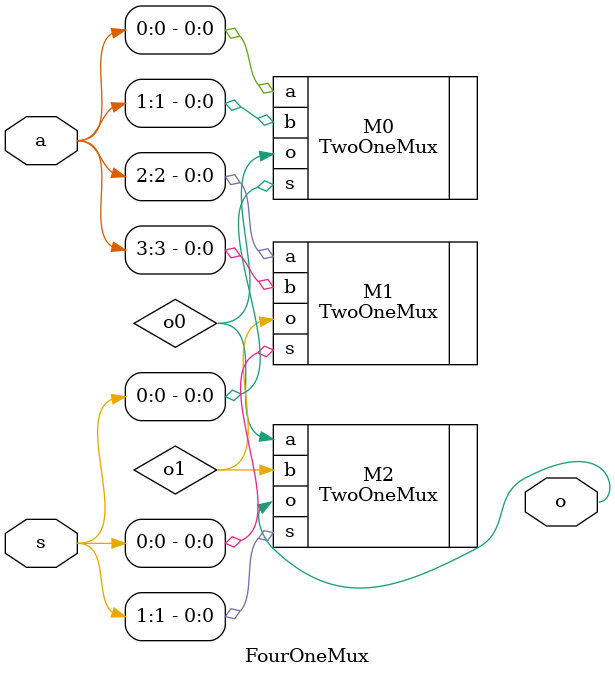
<source format=v>
module FourOneMux(
    input [3:0] a,
    input [1:0] s,
    output o
);

wire s0, s1;

TwoOneMux M0(
    .a(a[0]),
    .b(a[1]),
    .s(s[0]),
    .o(o0)
);
TwoOneMux M1(
    .a(a[2]),
    .b(a[3]),
    .s(s[0]),
    .o(o1)
);
TwoOneMux M2(
    .a(o0),
    .b(o1),
    .s(s[1]),
    .o(o)
);

endmodule
</source>
